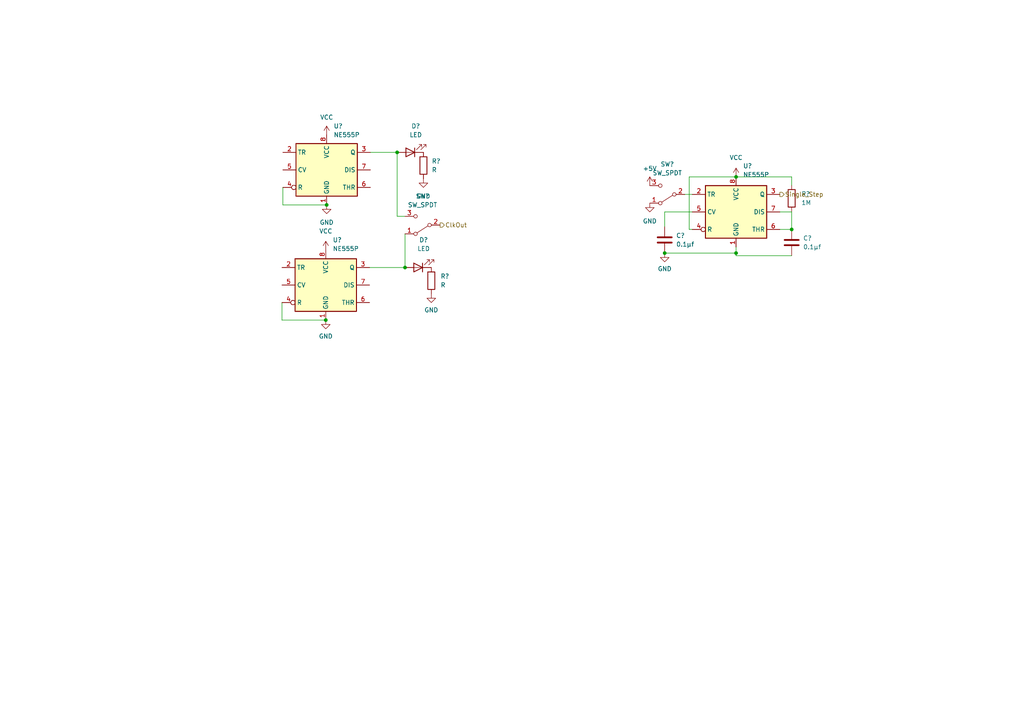
<source format=kicad_sch>
(kicad_sch (version 20211123) (generator eeschema)
  (paper "A4")
  (lib_symbols
    (symbol "Device:C" (pin_numbers hide) (pin_names (offset 0.254))
      (property "Reference" "C" (at 0.635 2.54 0))
      (property "Value" "C" (at 0.635 -2.54 0))
      (symbol "C_0_1"
        (polyline (pts (xy -2.032 -0.762) (xy 2.032 -0.762)) (stroke (width 0.508)))
        (polyline (pts (xy -2.032 0.762) (xy 2.032 0.762)) (stroke (width 0.508)))
      )
      (symbol "C_1_1"
        (pin passive line (at 0 3.81 270) (length 2.794) (name "~") (number "1"))
        (pin passive line (at 0 -3.81 90) (length 2.794) (name "~") (number "2"))
      )
    )
    (symbol "Device:LED" (pin_numbers hide) (pin_names (offset 1.016) hide)
      (property "Reference" "D" (at 0 2.54 0))
      (property "Value" "LED" (at 0 -2.54 0))
      (symbol "LED_0_1"
        (polyline (pts (xy -1.27 -1.27) (xy -1.27 1.27)) (stroke (width 0.254)))
        (polyline (pts (xy -1.27 0) (xy 1.27 0)))
        (polyline (pts (xy 1.27 -1.27) (xy 1.27 1.27) (xy -1.27 0) (xy 1.27 -1.27)) (stroke (width 0.254)))
        (polyline (pts (xy -3.048 -0.762) (xy -4.572 -2.286) (xy -3.81 -2.286) (xy -4.572 -2.286) (xy -4.572 -1.524)))
        (polyline (pts (xy -1.778 -0.762) (xy -3.302 -2.286) (xy -2.54 -2.286) (xy -3.302 -2.286) (xy -3.302 -1.524)))
      )
      (symbol "LED_1_1"
        (pin passive line (at -3.81 0 0) (length 2.54) (name "K") (number "1"))
        (pin passive line (at 3.81 0 180) (length 2.54) (name "A") (number "2"))
      )
    )
    (symbol "Device:R" (pin_numbers hide) (pin_names (offset 0))
      (property "Reference" "R" (at 2.032 0 90))
      (property "Value" "R" (at 0 0 90))
      (symbol "R_0_1"
        (rectangle (start -1.016 -2.54) (end 1.016 2.54) (stroke (width 0.254)))
      )
      (symbol "R_1_1"
        (pin passive line (at 0 3.81 270) (length 1.27) (name "~") (number "1"))
        (pin passive line (at 0 -3.81 90) (length 1.27) (name "~") (number "2"))
      )
    )
    (symbol "Switch:SW_SPDT" (pin_names (offset 0) hide)
      (property "Reference" "SW" (at 0 4.318 0))
      (property "Value" "SW_SPDT" (at 0 -5.08 0))
      (symbol "SW_SPDT_0_0"
        (circle (center -2.032 0) (radius 0.508))
        (circle (center 2.032 -2.54) (radius 0.508))
      )
      (symbol "SW_SPDT_0_1"
        (polyline (pts (xy -1.524 0.254) (xy 1.651 2.286)))
        (circle (center 2.032 2.54) (radius 0.508))
      )
      (symbol "SW_SPDT_1_1"
        (pin passive line (at 5.08 2.54 180) (length 2.54) (name "A") (number "1"))
        (pin passive line (at -5.08 0 0) (length 2.54) (name "B") (number "2"))
        (pin passive line (at 5.08 -2.54 180) (length 2.54) (name "C") (number "3"))
      )
    )
    (symbol "Timer:NE555P"
      (property "Reference" "U" (at -10.16 8.89 0))
      (property "Value" "NE555P" (at 2.54 8.89 0))
      (symbol "NE555P_0_0"
        (pin power_in line (at 0 -10.16 90) (length 2.54) (name "GND") (number "1"))
        (pin power_in line (at 0 10.16 270) (length 2.54) (name "VCC") (number "8"))
      )
      (symbol "NE555P_0_1"
        (rectangle (start -8.89 -7.62) (end 8.89 7.62) (stroke (width 0.254)) (fill (type background)))
        (rectangle (start -8.89 -7.62) (end 8.89 7.62) (stroke (width 0.254)) (fill (type background)))
      )
      (symbol "NE555P_1_1"
        (pin input line (at -12.7 5.08 0) (length 3.81) (name "TR") (number "2"))
        (pin output line (at 12.7 5.08 180) (length 3.81) (name "Q") (number "3"))
        (pin input inverted (at -12.7 -5.08 0) (length 3.81) (name "R") (number "4"))
        (pin input line (at -12.7 0 0) (length 3.81) (name "CV") (number "5"))
        (pin input line (at 12.7 -5.08 180) (length 3.81) (name "THR") (number "6"))
        (pin input line (at 12.7 0 180) (length 3.81) (name "DIS") (number "7"))
      )
    )
    (symbol "power:+5V" (power) (pin_names (offset 0))
      (property "Value" "+5V" (at 0 3.556 0))
      (symbol "+5V_0_1"
        (polyline (pts (xy -0.762 1.27) (xy 0 2.54)))
        (polyline (pts (xy 0 0) (xy 0 2.54)))
        (polyline (pts (xy 0 2.54) (xy 0.762 1.27)))
      )
      (symbol "+5V_1_1"
        (pin power_in line (at 0 0 90) (length 0) hide (name "+5V") (number "1"))
      )
    )
    (symbol "power:GND" (power) (pin_names (offset 0))
      (property "Value" "GND" (at 0 -3.81 0))
      (symbol "GND_0_1"
        (polyline (pts (xy 0 0) (xy 0 -1.27) (xy 1.27 -1.27) (xy 0 -2.54) (xy -1.27 -1.27) (xy 0 -1.27)))
      )
      (symbol "GND_1_1"
        (pin power_in line (at 0 0 270) (length 0) hide (name "GND") (number "1"))
      )
    )
    (symbol "power:VCC" (power) (pin_names (offset 0))
      (property "Value" "VCC" (at 0 3.81 0))
      (symbol "VCC_0_1"
        (polyline (pts (xy -0.762 1.27) (xy 0 2.54)))
        (polyline (pts (xy 0 0) (xy 0 2.54)))
        (polyline (pts (xy 0 2.54) (xy 0.762 1.27)))
      )
      (symbol "VCC_1_1"
        (pin power_in line (at 0 0 90) (length 0) hide (name "VCC") (number "1"))
      )
    )
  )
  (junction (at 115.189 44.196))
  (junction (at 192.786 73.406))
  (junction (at 229.616 66.548))
  (junction (at 117.475 77.597))
  (junction (at 213.487 73.406))
  (junction (at 94.742 59.436))
  (junction (at 213.487 51.308))
  (junction (at 94.488 92.837))
  (wire (pts (xy 192.786 65.786) (xy 192.786 61.468)))
  (wire (pts (xy 229.616 53.721) (xy 229.616 51.308)))
  (wire (pts (xy 226.187 61.468) (xy 229.616 61.468)))
  (wire (pts (xy 82.042 54.356) (xy 82.042 59.436)))
  (wire (pts (xy 192.786 73.406) (xy 213.487 73.406)))
  (wire (pts (xy 81.788 87.757) (xy 81.788 92.837)))
  (wire (pts (xy 115.189 44.196) (xy 115.189 62.738)))
  (wire (pts (xy 192.786 61.468) (xy 200.787 61.468)))
  (wire (pts (xy 199.898 51.308) (xy 213.487 51.308)))
  (wire (pts (xy 107.442 44.196) (xy 115.189 44.196)))
  (wire (pts (xy 229.616 51.308) (xy 213.487 51.308)))
  (wire (pts (xy 117.475 77.597) (xy 117.475 67.818)))
  (wire (pts (xy 213.487 73.406) (xy 213.487 71.628)))
  (wire (pts (xy 229.616 74.168) (xy 213.487 74.168)))
  (wire (pts (xy 107.188 77.597) (xy 117.475 77.597)))
  (wire (pts (xy 229.616 61.468) (xy 229.616 66.548)))
  (wire (pts (xy 82.042 59.436) (xy 94.742 59.436)))
  (wire (pts (xy 200.787 56.388) (xy 198.628 56.388)))
  (wire (pts (xy 200.787 66.548) (xy 199.898 66.548)))
  (wire (pts (xy 213.487 74.168) (xy 213.487 73.406)))
  (wire (pts (xy 229.616 66.548) (xy 226.187 66.548)))
  (wire (pts (xy 199.898 66.548) (xy 199.898 51.308)))
  (wire (pts (xy 115.189 62.738) (xy 117.475 62.738)))
  (wire (pts (xy 81.788 92.837) (xy 94.488 92.837)))
  (hierarchical_label "ClkOut" (shape output) (at 127.635 65.278 0))
  (hierarchical_label "Single_Step" (shape output) (at 226.187 56.388 0))
  (symbol (lib_id "power:GND") (at 122.809 51.816 0) (unit 1)
    (property "Reference" "#PWR?" (effects hide))
    (property "Value" "GND" (at 122.809 56.896 0))
  )
  (symbol (lib_id "power:GND") (at 94.488 92.837 0) (unit 1)
    (property "Reference" "#PWR?" (effects hide))
    (property "Value" "GND" (at 94.488 97.536 0))
  )
  (symbol (lib_id "power:GND") (at 125.095 85.217 0) (unit 1)
    (property "Reference" "#PWR?" (effects hide))
    (property "Value" "GND" (at 125.095 89.916 0))
  )
  (symbol (lib_id "Device:R") (at 122.809 48.006 0) (unit 1)
    (property "Reference" "R?" (at 125.222 46.7359 0) (effects (justify left)))
    (property "Value" "R" (at 125.222 49.2759 0) (effects (justify left)))
  )
  (symbol (lib_id "power:GND") (at 94.742 59.436 0) (unit 1)
    (property "Reference" "#PWR?" (effects hide))
    (property "Value" "GND" (at 94.742 64.516 0))
  )
  (symbol (lib_id "power:VCC") (at 94.488 72.517 0) (unit 1)
    (property "Reference" "#PWR?" (effects hide))
    (property "Value" "VCC" (at 94.488 67.056 0))
  )
  (symbol (lib_id "power:+5V") (at 188.468 53.848 0) (unit 1)
    (property "Reference" "#PWR?" (effects hide))
    (property "Value" "+5V" (at 188.468 48.895 0))
  )
  (symbol (lib_id "Device:LED") (at 118.999 44.196 180) (unit 1)
    (property "Reference" "D?" (at 120.5865 36.576 0))
    (property "Value" "LED" (at 120.5865 39.116 0))
  )
  (symbol (lib_id "Device:C") (at 192.786 69.596 0) (unit 1)
    (property "Reference" "C?" (at 196.088 68.3259 0) (effects (justify left)))
    (property "Value" "0.1µf" (at 196.088 70.8659 0) (effects (justify left)))
  )
  (symbol (lib_id "Device:LED") (at 121.285 77.597 180) (unit 1)
    (property "Reference" "D?" (at 122.8725 69.596 0))
    (property "Value" "LED" (at 122.8725 72.136 0))
  )
  (symbol (lib_id "power:VCC") (at 94.742 39.116 0) (unit 1)
    (property "Reference" "#PWR?" (effects hide))
    (property "Value" "VCC" (at 94.742 34.036 0))
  )
  (symbol (lib_id "Switch:SW_SPDT") (at 122.555 65.278 180) (unit 1)
    (property "Reference" "SW?" (at 122.555 56.896 0))
    (property "Value" "SW_SPDT" (at 122.555 59.436 0))
  )
  (symbol (lib_id "Switch:SW_SPDT") (at 193.548 56.388 180) (unit 1)
    (property "Reference" "SW?" (at 193.548 47.625 0))
    (property "Value" "SW_SPDT" (at 193.548 50.165 0))
  )
  (symbol (lib_id "Device:R") (at 229.616 57.531 0) (unit 1)
    (property "Reference" "R?" (at 232.41 56.2609 0) (effects (justify left)))
    (property "Value" "1M" (at 232.41 58.8009 0) (effects (justify left)))
  )
  (symbol (lib_id "Device:C") (at 229.616 70.358 0) (unit 1)
    (property "Reference" "C?" (at 232.918 69.0879 0) (effects (justify left)))
    (property "Value" "0.1µf" (at 232.918 71.6279 0) (effects (justify left)))
  )
  (symbol (lib_id "Timer:NE555P") (at 94.742 49.276 0) (unit 1)
    (property "Reference" "U?" (at 96.7614 36.576 0) (effects (justify left)))
    (property "Value" "NE555P" (at 96.7614 39.116 0) (effects (justify left)))
    (property "Footprint" "Package_DIP:DIP-8_W7.62mm" (effects hide))
    (property "Datasheet" "http://www.ti.com/lit/ds/symlink/ne555.pdf" (effects hide))
  )
  (symbol (lib_id "power:GND") (at 188.468 58.928 0) (unit 1)
    (property "Reference" "#PWR?" (effects hide))
    (property "Value" "GND" (at 188.468 64.135 0))
  )
  (symbol (lib_id "power:GND") (at 192.786 73.406 0) (unit 1)
    (property "Reference" "#PWR?" (effects hide))
    (property "Value" "GND" (at 192.786 77.978 0))
  )
  (symbol (lib_id "Timer:NE555P") (at 213.487 61.468 0) (unit 1)
    (property "Reference" "U?" (at 215.5064 48.133 0) (effects (justify left)))
    (property "Value" "NE555P" (at 215.5064 50.673 0) (effects (justify left)))
    (property "Footprint" "Package_DIP:DIP-8_W7.62mm" (effects hide))
    (property "Datasheet" "http://www.ti.com/lit/ds/symlink/ne555.pdf" (effects hide))
  )
  (symbol (lib_id "power:VCC") (at 213.487 51.308 0) (unit 1)
    (property "Reference" "#PWR?" (effects hide))
    (property "Value" "VCC" (at 213.487 45.72 0))
  )
  (symbol (lib_id "Timer:NE555P") (at 94.488 82.677 0) (unit 1)
    (property "Reference" "U?" (at 96.5074 69.596 0) (effects (justify left)))
    (property "Value" "NE555P" (at 96.5074 72.136 0) (effects (justify left)))
    (property "Footprint" "Package_DIP:DIP-8_W7.62mm" (effects hide))
    (property "Datasheet" "http://www.ti.com/lit/ds/symlink/ne555.pdf" (effects hide))
  )
  (symbol (lib_id "Device:R") (at 125.095 81.407 0) (unit 1)
    (property "Reference" "R?" (at 127.762 80.1369 0) (effects (justify left)))
    (property "Value" "R" (at 127.762 82.6769 0) (effects (justify left)))
  )
)
</source>
